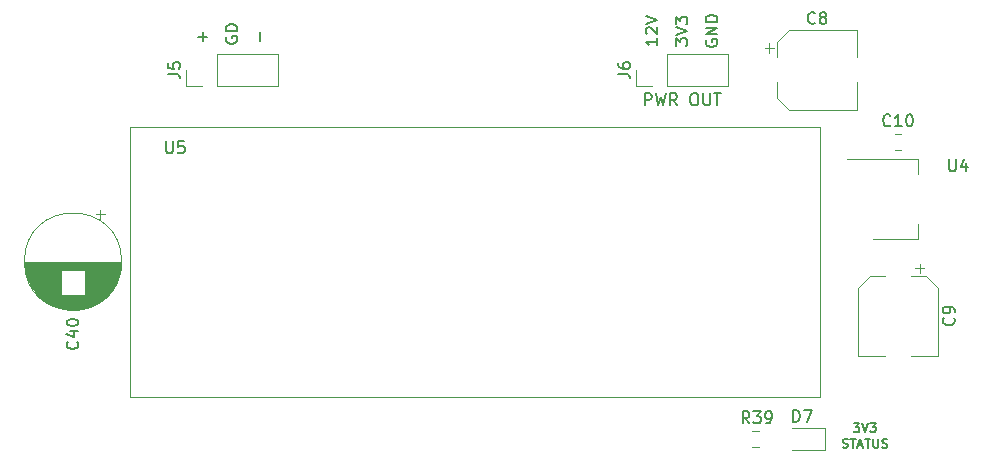
<source format=gbr>
%TF.GenerationSoftware,KiCad,Pcbnew,(5.1.12)-1*%
%TF.CreationDate,2022-03-07T22:28:18-06:00*%
%TF.ProjectId,Power_Board,506f7765-725f-4426-9f61-72642e6b6963,rev?*%
%TF.SameCoordinates,Original*%
%TF.FileFunction,Legend,Top*%
%TF.FilePolarity,Positive*%
%FSLAX46Y46*%
G04 Gerber Fmt 4.6, Leading zero omitted, Abs format (unit mm)*
G04 Created by KiCad (PCBNEW (5.1.12)-1) date 2022-03-07 22:28:18*
%MOMM*%
%LPD*%
G01*
G04 APERTURE LIST*
%ADD10C,0.190500*%
%ADD11C,0.120000*%
%ADD12C,0.150000*%
G04 APERTURE END LIST*
D10*
X175205571Y-105595964D02*
X175677285Y-105595964D01*
X175423285Y-105886250D01*
X175532142Y-105886250D01*
X175604714Y-105922535D01*
X175641000Y-105958821D01*
X175677285Y-106031392D01*
X175677285Y-106212821D01*
X175641000Y-106285392D01*
X175604714Y-106321678D01*
X175532142Y-106357964D01*
X175314428Y-106357964D01*
X175241857Y-106321678D01*
X175205571Y-106285392D01*
X175895000Y-105595964D02*
X176149000Y-106357964D01*
X176403000Y-105595964D01*
X176584428Y-105595964D02*
X177056142Y-105595964D01*
X176802142Y-105886250D01*
X176911000Y-105886250D01*
X176983571Y-105922535D01*
X177019857Y-105958821D01*
X177056142Y-106031392D01*
X177056142Y-106212821D01*
X177019857Y-106285392D01*
X176983571Y-106321678D01*
X176911000Y-106357964D01*
X176693285Y-106357964D01*
X176620714Y-106321678D01*
X176584428Y-106285392D01*
X174262142Y-107655178D02*
X174371000Y-107691464D01*
X174552428Y-107691464D01*
X174625000Y-107655178D01*
X174661285Y-107618892D01*
X174697571Y-107546321D01*
X174697571Y-107473750D01*
X174661285Y-107401178D01*
X174625000Y-107364892D01*
X174552428Y-107328607D01*
X174407285Y-107292321D01*
X174334714Y-107256035D01*
X174298428Y-107219750D01*
X174262142Y-107147178D01*
X174262142Y-107074607D01*
X174298428Y-107002035D01*
X174334714Y-106965750D01*
X174407285Y-106929464D01*
X174588714Y-106929464D01*
X174697571Y-106965750D01*
X174915285Y-106929464D02*
X175350714Y-106929464D01*
X175133000Y-107691464D02*
X175133000Y-106929464D01*
X175568428Y-107473750D02*
X175931285Y-107473750D01*
X175495857Y-107691464D02*
X175749857Y-106929464D01*
X176003857Y-107691464D01*
X176149000Y-106929464D02*
X176584428Y-106929464D01*
X176366714Y-107691464D02*
X176366714Y-106929464D01*
X176838428Y-106929464D02*
X176838428Y-107546321D01*
X176874714Y-107618892D01*
X176911000Y-107655178D01*
X176983571Y-107691464D01*
X177128714Y-107691464D01*
X177201285Y-107655178D01*
X177237571Y-107618892D01*
X177273857Y-107546321D01*
X177273857Y-106929464D01*
X177600428Y-107655178D02*
X177709285Y-107691464D01*
X177890714Y-107691464D01*
X177963285Y-107655178D01*
X177999571Y-107618892D01*
X178035857Y-107546321D01*
X178035857Y-107473750D01*
X177999571Y-107401178D01*
X177963285Y-107364892D01*
X177890714Y-107328607D01*
X177745571Y-107292321D01*
X177673000Y-107256035D01*
X177636714Y-107219750D01*
X177600428Y-107147178D01*
X177600428Y-107074607D01*
X177636714Y-107002035D01*
X177673000Y-106965750D01*
X177745571Y-106929464D01*
X177927000Y-106929464D01*
X178035857Y-106965750D01*
D11*
%TO.C,C10*%
X179204252Y-82498000D02*
X178681748Y-82498000D01*
X179204252Y-81078000D02*
X178681748Y-81078000D01*
%TO.C,U4*%
X174589000Y-83204000D02*
X180599000Y-83204000D01*
X176839000Y-90024000D02*
X180599000Y-90024000D01*
X180599000Y-83204000D02*
X180599000Y-84464000D01*
X180599000Y-90024000D02*
X180599000Y-88764000D01*
%TO.C,U5*%
X113919000Y-80518000D02*
X172339000Y-80518000D01*
X113919000Y-103378000D02*
X172339000Y-103378000D01*
X113919000Y-80518000D02*
X113919000Y-103378000D01*
X172339000Y-80518000D02*
X172339000Y-103378000D01*
%TO.C,C9*%
X175533000Y-99930000D02*
X177883000Y-99930000D01*
X182353000Y-99930000D02*
X180003000Y-99930000D01*
X182353000Y-94174437D02*
X182353000Y-99930000D01*
X175533000Y-94174437D02*
X175533000Y-99930000D01*
X176597437Y-93110000D02*
X177883000Y-93110000D01*
X181288563Y-93110000D02*
X180003000Y-93110000D01*
X181288563Y-93110000D02*
X182353000Y-94174437D01*
X176597437Y-93110000D02*
X175533000Y-94174437D01*
X180790500Y-92082500D02*
X180790500Y-92870000D01*
X181184250Y-92476250D02*
X180396750Y-92476250D01*
%TO.C,C40*%
X111808000Y-87910302D02*
X111008000Y-87910302D01*
X111408000Y-87510302D02*
X111408000Y-88310302D01*
X109626000Y-96001000D02*
X108560000Y-96001000D01*
X109861000Y-95961000D02*
X108325000Y-95961000D01*
X110041000Y-95921000D02*
X108145000Y-95921000D01*
X110191000Y-95881000D02*
X107995000Y-95881000D01*
X110322000Y-95841000D02*
X107864000Y-95841000D01*
X110439000Y-95801000D02*
X107747000Y-95801000D01*
X110546000Y-95761000D02*
X107640000Y-95761000D01*
X110645000Y-95721000D02*
X107541000Y-95721000D01*
X110738000Y-95681000D02*
X107448000Y-95681000D01*
X110824000Y-95641000D02*
X107362000Y-95641000D01*
X110906000Y-95601000D02*
X107280000Y-95601000D01*
X110983000Y-95561000D02*
X107203000Y-95561000D01*
X111057000Y-95521000D02*
X107129000Y-95521000D01*
X111127000Y-95481000D02*
X107059000Y-95481000D01*
X111195000Y-95441000D02*
X106991000Y-95441000D01*
X111259000Y-95401000D02*
X106927000Y-95401000D01*
X111321000Y-95361000D02*
X106865000Y-95361000D01*
X111380000Y-95321000D02*
X106806000Y-95321000D01*
X111438000Y-95281000D02*
X106748000Y-95281000D01*
X111493000Y-95241000D02*
X106693000Y-95241000D01*
X111547000Y-95201000D02*
X106639000Y-95201000D01*
X111598000Y-95161000D02*
X106588000Y-95161000D01*
X111649000Y-95121000D02*
X106537000Y-95121000D01*
X111697000Y-95081000D02*
X106489000Y-95081000D01*
X111744000Y-95041000D02*
X106442000Y-95041000D01*
X111790000Y-95001000D02*
X106396000Y-95001000D01*
X111834000Y-94961000D02*
X106352000Y-94961000D01*
X111877000Y-94921000D02*
X106309000Y-94921000D01*
X111919000Y-94881000D02*
X106267000Y-94881000D01*
X111960000Y-94841000D02*
X106226000Y-94841000D01*
X112000000Y-94801000D02*
X106186000Y-94801000D01*
X112038000Y-94761000D02*
X106148000Y-94761000D01*
X112076000Y-94721000D02*
X106110000Y-94721000D01*
X108053000Y-94681000D02*
X106074000Y-94681000D01*
X112112000Y-94681000D02*
X110133000Y-94681000D01*
X108053000Y-94641000D02*
X106038000Y-94641000D01*
X112148000Y-94641000D02*
X110133000Y-94641000D01*
X108053000Y-94601000D02*
X106003000Y-94601000D01*
X112183000Y-94601000D02*
X110133000Y-94601000D01*
X108053000Y-94561000D02*
X105969000Y-94561000D01*
X112217000Y-94561000D02*
X110133000Y-94561000D01*
X108053000Y-94521000D02*
X105937000Y-94521000D01*
X112249000Y-94521000D02*
X110133000Y-94521000D01*
X108053000Y-94481000D02*
X105904000Y-94481000D01*
X112282000Y-94481000D02*
X110133000Y-94481000D01*
X108053000Y-94441000D02*
X105873000Y-94441000D01*
X112313000Y-94441000D02*
X110133000Y-94441000D01*
X108053000Y-94401000D02*
X105843000Y-94401000D01*
X112343000Y-94401000D02*
X110133000Y-94401000D01*
X108053000Y-94361000D02*
X105813000Y-94361000D01*
X112373000Y-94361000D02*
X110133000Y-94361000D01*
X108053000Y-94321000D02*
X105784000Y-94321000D01*
X112402000Y-94321000D02*
X110133000Y-94321000D01*
X108053000Y-94281000D02*
X105755000Y-94281000D01*
X112431000Y-94281000D02*
X110133000Y-94281000D01*
X108053000Y-94241000D02*
X105728000Y-94241000D01*
X112458000Y-94241000D02*
X110133000Y-94241000D01*
X108053000Y-94201000D02*
X105701000Y-94201000D01*
X112485000Y-94201000D02*
X110133000Y-94201000D01*
X108053000Y-94161000D02*
X105675000Y-94161000D01*
X112511000Y-94161000D02*
X110133000Y-94161000D01*
X108053000Y-94121000D02*
X105649000Y-94121000D01*
X112537000Y-94121000D02*
X110133000Y-94121000D01*
X108053000Y-94081000D02*
X105624000Y-94081000D01*
X112562000Y-94081000D02*
X110133000Y-94081000D01*
X108053000Y-94041000D02*
X105600000Y-94041000D01*
X112586000Y-94041000D02*
X110133000Y-94041000D01*
X108053000Y-94001000D02*
X105576000Y-94001000D01*
X112610000Y-94001000D02*
X110133000Y-94001000D01*
X108053000Y-93961000D02*
X105553000Y-93961000D01*
X112633000Y-93961000D02*
X110133000Y-93961000D01*
X108053000Y-93921000D02*
X105531000Y-93921000D01*
X112655000Y-93921000D02*
X110133000Y-93921000D01*
X108053000Y-93881000D02*
X105509000Y-93881000D01*
X112677000Y-93881000D02*
X110133000Y-93881000D01*
X108053000Y-93841000D02*
X105487000Y-93841000D01*
X112699000Y-93841000D02*
X110133000Y-93841000D01*
X108053000Y-93801000D02*
X105466000Y-93801000D01*
X112720000Y-93801000D02*
X110133000Y-93801000D01*
X108053000Y-93761000D02*
X105446000Y-93761000D01*
X112740000Y-93761000D02*
X110133000Y-93761000D01*
X108053000Y-93721000D02*
X105427000Y-93721000D01*
X112759000Y-93721000D02*
X110133000Y-93721000D01*
X108053000Y-93681000D02*
X105407000Y-93681000D01*
X112779000Y-93681000D02*
X110133000Y-93681000D01*
X108053000Y-93641000D02*
X105389000Y-93641000D01*
X112797000Y-93641000D02*
X110133000Y-93641000D01*
X108053000Y-93601000D02*
X105371000Y-93601000D01*
X112815000Y-93601000D02*
X110133000Y-93601000D01*
X108053000Y-93561000D02*
X105353000Y-93561000D01*
X112833000Y-93561000D02*
X110133000Y-93561000D01*
X108053000Y-93521000D02*
X105336000Y-93521000D01*
X112850000Y-93521000D02*
X110133000Y-93521000D01*
X108053000Y-93481000D02*
X105319000Y-93481000D01*
X112867000Y-93481000D02*
X110133000Y-93481000D01*
X108053000Y-93441000D02*
X105303000Y-93441000D01*
X112883000Y-93441000D02*
X110133000Y-93441000D01*
X108053000Y-93401000D02*
X105288000Y-93401000D01*
X112898000Y-93401000D02*
X110133000Y-93401000D01*
X108053000Y-93361000D02*
X105272000Y-93361000D01*
X112914000Y-93361000D02*
X110133000Y-93361000D01*
X108053000Y-93321000D02*
X105258000Y-93321000D01*
X112928000Y-93321000D02*
X110133000Y-93321000D01*
X108053000Y-93281000D02*
X105243000Y-93281000D01*
X112943000Y-93281000D02*
X110133000Y-93281000D01*
X108053000Y-93241000D02*
X105230000Y-93241000D01*
X112956000Y-93241000D02*
X110133000Y-93241000D01*
X108053000Y-93201000D02*
X105216000Y-93201000D01*
X112970000Y-93201000D02*
X110133000Y-93201000D01*
X108053000Y-93161000D02*
X105204000Y-93161000D01*
X112982000Y-93161000D02*
X110133000Y-93161000D01*
X108053000Y-93121000D02*
X105191000Y-93121000D01*
X112995000Y-93121000D02*
X110133000Y-93121000D01*
X108053000Y-93081000D02*
X105179000Y-93081000D01*
X113007000Y-93081000D02*
X110133000Y-93081000D01*
X108053000Y-93041000D02*
X105168000Y-93041000D01*
X113018000Y-93041000D02*
X110133000Y-93041000D01*
X108053000Y-93001000D02*
X105157000Y-93001000D01*
X113029000Y-93001000D02*
X110133000Y-93001000D01*
X108053000Y-92961000D02*
X105146000Y-92961000D01*
X113040000Y-92961000D02*
X110133000Y-92961000D01*
X108053000Y-92921000D02*
X105136000Y-92921000D01*
X113050000Y-92921000D02*
X110133000Y-92921000D01*
X108053000Y-92881000D02*
X105126000Y-92881000D01*
X113060000Y-92881000D02*
X110133000Y-92881000D01*
X108053000Y-92841000D02*
X105117000Y-92841000D01*
X113069000Y-92841000D02*
X110133000Y-92841000D01*
X108053000Y-92801000D02*
X105108000Y-92801000D01*
X113078000Y-92801000D02*
X110133000Y-92801000D01*
X108053000Y-92761000D02*
X105099000Y-92761000D01*
X113087000Y-92761000D02*
X110133000Y-92761000D01*
X108053000Y-92721000D02*
X105091000Y-92721000D01*
X113095000Y-92721000D02*
X110133000Y-92721000D01*
X108053000Y-92681000D02*
X105083000Y-92681000D01*
X113103000Y-92681000D02*
X110133000Y-92681000D01*
X108053000Y-92641000D02*
X105076000Y-92641000D01*
X113110000Y-92641000D02*
X110133000Y-92641000D01*
X113117000Y-92600000D02*
X105069000Y-92600000D01*
X113123000Y-92560000D02*
X105063000Y-92560000D01*
X113130000Y-92520000D02*
X105056000Y-92520000D01*
X113135000Y-92480000D02*
X105051000Y-92480000D01*
X113141000Y-92440000D02*
X105045000Y-92440000D01*
X113145000Y-92400000D02*
X105041000Y-92400000D01*
X113150000Y-92360000D02*
X105036000Y-92360000D01*
X113154000Y-92320000D02*
X105032000Y-92320000D01*
X113158000Y-92280000D02*
X105028000Y-92280000D01*
X113161000Y-92240000D02*
X105025000Y-92240000D01*
X113164000Y-92200000D02*
X105022000Y-92200000D01*
X113167000Y-92160000D02*
X105019000Y-92160000D01*
X113169000Y-92120000D02*
X105017000Y-92120000D01*
X113170000Y-92080000D02*
X105016000Y-92080000D01*
X113172000Y-92040000D02*
X105014000Y-92040000D01*
X113173000Y-92000000D02*
X105013000Y-92000000D01*
X113173000Y-91960000D02*
X105013000Y-91960000D01*
X113173000Y-91920000D02*
X105013000Y-91920000D01*
X113213000Y-91920000D02*
G75*
G03*
X113213000Y-91920000I-4120000J0D01*
G01*
%TO.C,D7*%
X169942000Y-107894000D02*
X172802000Y-107894000D01*
X172802000Y-107894000D02*
X172802000Y-105974000D01*
X172802000Y-105974000D02*
X169942000Y-105974000D01*
%TO.C,R39*%
X167139252Y-107644000D02*
X166616748Y-107644000D01*
X167139252Y-106224000D02*
X166616748Y-106224000D01*
%TO.C,J5*%
X126425000Y-77022000D02*
X126425000Y-74362000D01*
X121285000Y-77022000D02*
X126425000Y-77022000D01*
X121285000Y-74362000D02*
X126425000Y-74362000D01*
X121285000Y-77022000D02*
X121285000Y-74362000D01*
X120015000Y-77022000D02*
X118685000Y-77022000D01*
X118685000Y-77022000D02*
X118685000Y-75692000D01*
%TO.C,J6*%
X156785000Y-77022000D02*
X156785000Y-75692000D01*
X158115000Y-77022000D02*
X156785000Y-77022000D01*
X159385000Y-77022000D02*
X159385000Y-74362000D01*
X159385000Y-74362000D02*
X164525000Y-74362000D01*
X159385000Y-77022000D02*
X164525000Y-77022000D01*
X164525000Y-77022000D02*
X164525000Y-74362000D01*
%TO.C,C8*%
X168041250Y-73450750D02*
X168041250Y-74238250D01*
X167647500Y-73844500D02*
X168435000Y-73844500D01*
X168675000Y-78037563D02*
X169739437Y-79102000D01*
X168675000Y-73346437D02*
X169739437Y-72282000D01*
X168675000Y-73346437D02*
X168675000Y-74632000D01*
X168675000Y-78037563D02*
X168675000Y-76752000D01*
X169739437Y-79102000D02*
X175495000Y-79102000D01*
X169739437Y-72282000D02*
X175495000Y-72282000D01*
X175495000Y-72282000D02*
X175495000Y-74632000D01*
X175495000Y-79102000D02*
X175495000Y-76752000D01*
%TO.C,C10*%
D12*
X178300142Y-80367142D02*
X178252523Y-80414761D01*
X178109666Y-80462380D01*
X178014428Y-80462380D01*
X177871571Y-80414761D01*
X177776333Y-80319523D01*
X177728714Y-80224285D01*
X177681095Y-80033809D01*
X177681095Y-79890952D01*
X177728714Y-79700476D01*
X177776333Y-79605238D01*
X177871571Y-79510000D01*
X178014428Y-79462380D01*
X178109666Y-79462380D01*
X178252523Y-79510000D01*
X178300142Y-79557619D01*
X179252523Y-80462380D02*
X178681095Y-80462380D01*
X178966809Y-80462380D02*
X178966809Y-79462380D01*
X178871571Y-79605238D01*
X178776333Y-79700476D01*
X178681095Y-79748095D01*
X179871571Y-79462380D02*
X179966809Y-79462380D01*
X180062047Y-79510000D01*
X180109666Y-79557619D01*
X180157285Y-79652857D01*
X180204904Y-79843333D01*
X180204904Y-80081428D01*
X180157285Y-80271904D01*
X180109666Y-80367142D01*
X180062047Y-80414761D01*
X179966809Y-80462380D01*
X179871571Y-80462380D01*
X179776333Y-80414761D01*
X179728714Y-80367142D01*
X179681095Y-80271904D01*
X179633476Y-80081428D01*
X179633476Y-79843333D01*
X179681095Y-79652857D01*
X179728714Y-79557619D01*
X179776333Y-79510000D01*
X179871571Y-79462380D01*
%TO.C,U4*%
X183261095Y-83272380D02*
X183261095Y-84081904D01*
X183308714Y-84177142D01*
X183356333Y-84224761D01*
X183451571Y-84272380D01*
X183642047Y-84272380D01*
X183737285Y-84224761D01*
X183784904Y-84177142D01*
X183832523Y-84081904D01*
X183832523Y-83272380D01*
X184737285Y-83605714D02*
X184737285Y-84272380D01*
X184499190Y-83224761D02*
X184261095Y-83939047D01*
X184880142Y-83939047D01*
%TO.C,U5*%
X116967095Y-81740380D02*
X116967095Y-82549904D01*
X117014714Y-82645142D01*
X117062333Y-82692761D01*
X117157571Y-82740380D01*
X117348047Y-82740380D01*
X117443285Y-82692761D01*
X117490904Y-82645142D01*
X117538523Y-82549904D01*
X117538523Y-81740380D01*
X118490904Y-81740380D02*
X118014714Y-81740380D01*
X117967095Y-82216571D01*
X118014714Y-82168952D01*
X118109952Y-82121333D01*
X118348047Y-82121333D01*
X118443285Y-82168952D01*
X118490904Y-82216571D01*
X118538523Y-82311809D01*
X118538523Y-82549904D01*
X118490904Y-82645142D01*
X118443285Y-82692761D01*
X118348047Y-82740380D01*
X118109952Y-82740380D01*
X118014714Y-82692761D01*
X117967095Y-82645142D01*
%TO.C,C9*%
X183650142Y-96686666D02*
X183697761Y-96734285D01*
X183745380Y-96877142D01*
X183745380Y-96972380D01*
X183697761Y-97115238D01*
X183602523Y-97210476D01*
X183507285Y-97258095D01*
X183316809Y-97305714D01*
X183173952Y-97305714D01*
X182983476Y-97258095D01*
X182888238Y-97210476D01*
X182793000Y-97115238D01*
X182745380Y-96972380D01*
X182745380Y-96877142D01*
X182793000Y-96734285D01*
X182840619Y-96686666D01*
X183745380Y-96210476D02*
X183745380Y-96020000D01*
X183697761Y-95924761D01*
X183650142Y-95877142D01*
X183507285Y-95781904D01*
X183316809Y-95734285D01*
X182935857Y-95734285D01*
X182840619Y-95781904D01*
X182793000Y-95829523D01*
X182745380Y-95924761D01*
X182745380Y-96115238D01*
X182793000Y-96210476D01*
X182840619Y-96258095D01*
X182935857Y-96305714D01*
X183173952Y-96305714D01*
X183269190Y-96258095D01*
X183316809Y-96210476D01*
X183364428Y-96115238D01*
X183364428Y-95924761D01*
X183316809Y-95829523D01*
X183269190Y-95781904D01*
X183173952Y-95734285D01*
%TO.C,C40*%
X109450142Y-98686857D02*
X109497761Y-98734476D01*
X109545380Y-98877333D01*
X109545380Y-98972571D01*
X109497761Y-99115428D01*
X109402523Y-99210666D01*
X109307285Y-99258285D01*
X109116809Y-99305904D01*
X108973952Y-99305904D01*
X108783476Y-99258285D01*
X108688238Y-99210666D01*
X108593000Y-99115428D01*
X108545380Y-98972571D01*
X108545380Y-98877333D01*
X108593000Y-98734476D01*
X108640619Y-98686857D01*
X108878714Y-97829714D02*
X109545380Y-97829714D01*
X108497761Y-98067809D02*
X109212047Y-98305904D01*
X109212047Y-97686857D01*
X108545380Y-97115428D02*
X108545380Y-97020190D01*
X108593000Y-96924952D01*
X108640619Y-96877333D01*
X108735857Y-96829714D01*
X108926333Y-96782095D01*
X109164428Y-96782095D01*
X109354904Y-96829714D01*
X109450142Y-96877333D01*
X109497761Y-96924952D01*
X109545380Y-97020190D01*
X109545380Y-97115428D01*
X109497761Y-97210666D01*
X109450142Y-97258285D01*
X109354904Y-97305904D01*
X109164428Y-97353523D01*
X108926333Y-97353523D01*
X108735857Y-97305904D01*
X108640619Y-97258285D01*
X108593000Y-97210666D01*
X108545380Y-97115428D01*
%TO.C,D7*%
X170076904Y-105481380D02*
X170076904Y-104481380D01*
X170315000Y-104481380D01*
X170457857Y-104529000D01*
X170553095Y-104624238D01*
X170600714Y-104719476D01*
X170648333Y-104909952D01*
X170648333Y-105052809D01*
X170600714Y-105243285D01*
X170553095Y-105338523D01*
X170457857Y-105433761D01*
X170315000Y-105481380D01*
X170076904Y-105481380D01*
X170981666Y-104481380D02*
X171648333Y-104481380D01*
X171219761Y-105481380D01*
%TO.C,R39*%
X166362142Y-105608380D02*
X166028809Y-105132190D01*
X165790714Y-105608380D02*
X165790714Y-104608380D01*
X166171666Y-104608380D01*
X166266904Y-104656000D01*
X166314523Y-104703619D01*
X166362142Y-104798857D01*
X166362142Y-104941714D01*
X166314523Y-105036952D01*
X166266904Y-105084571D01*
X166171666Y-105132190D01*
X165790714Y-105132190D01*
X166695476Y-104608380D02*
X167314523Y-104608380D01*
X166981190Y-104989333D01*
X167124047Y-104989333D01*
X167219285Y-105036952D01*
X167266904Y-105084571D01*
X167314523Y-105179809D01*
X167314523Y-105417904D01*
X167266904Y-105513142D01*
X167219285Y-105560761D01*
X167124047Y-105608380D01*
X166838333Y-105608380D01*
X166743095Y-105560761D01*
X166695476Y-105513142D01*
X167790714Y-105608380D02*
X167981190Y-105608380D01*
X168076428Y-105560761D01*
X168124047Y-105513142D01*
X168219285Y-105370285D01*
X168266904Y-105179809D01*
X168266904Y-104798857D01*
X168219285Y-104703619D01*
X168171666Y-104656000D01*
X168076428Y-104608380D01*
X167885952Y-104608380D01*
X167790714Y-104656000D01*
X167743095Y-104703619D01*
X167695476Y-104798857D01*
X167695476Y-105036952D01*
X167743095Y-105132190D01*
X167790714Y-105179809D01*
X167885952Y-105227428D01*
X168076428Y-105227428D01*
X168171666Y-105179809D01*
X168219285Y-105132190D01*
X168266904Y-105036952D01*
%TO.C,J5*%
X117137380Y-76025333D02*
X117851666Y-76025333D01*
X117994523Y-76072952D01*
X118089761Y-76168190D01*
X118137380Y-76311047D01*
X118137380Y-76406285D01*
X117137380Y-75072952D02*
X117137380Y-75549142D01*
X117613571Y-75596761D01*
X117565952Y-75549142D01*
X117518333Y-75453904D01*
X117518333Y-75215809D01*
X117565952Y-75120571D01*
X117613571Y-75072952D01*
X117708809Y-75025333D01*
X117946904Y-75025333D01*
X118042142Y-75072952D01*
X118089761Y-75120571D01*
X118137380Y-75215809D01*
X118137380Y-75453904D01*
X118089761Y-75549142D01*
X118042142Y-75596761D01*
X120086428Y-73278952D02*
X120086428Y-72517047D01*
X120467380Y-72898000D02*
X119705476Y-72898000D01*
X124912428Y-73278952D02*
X124912428Y-72517047D01*
X122055000Y-72882095D02*
X122007380Y-72977333D01*
X122007380Y-73120190D01*
X122055000Y-73263047D01*
X122150238Y-73358285D01*
X122245476Y-73405904D01*
X122435952Y-73453523D01*
X122578809Y-73453523D01*
X122769285Y-73405904D01*
X122864523Y-73358285D01*
X122959761Y-73263047D01*
X123007380Y-73120190D01*
X123007380Y-73024952D01*
X122959761Y-72882095D01*
X122912142Y-72834476D01*
X122578809Y-72834476D01*
X122578809Y-73024952D01*
X123007380Y-72405904D02*
X122007380Y-72405904D01*
X122007380Y-72167809D01*
X122055000Y-72024952D01*
X122150238Y-71929714D01*
X122245476Y-71882095D01*
X122435952Y-71834476D01*
X122578809Y-71834476D01*
X122769285Y-71882095D01*
X122864523Y-71929714D01*
X122959761Y-72024952D01*
X123007380Y-72167809D01*
X123007380Y-72405904D01*
%TO.C,J6*%
X155237380Y-76025333D02*
X155951666Y-76025333D01*
X156094523Y-76072952D01*
X156189761Y-76168190D01*
X156237380Y-76311047D01*
X156237380Y-76406285D01*
X155237380Y-75120571D02*
X155237380Y-75311047D01*
X155285000Y-75406285D01*
X155332619Y-75453904D01*
X155475476Y-75549142D01*
X155665952Y-75596761D01*
X156046904Y-75596761D01*
X156142142Y-75549142D01*
X156189761Y-75501523D01*
X156237380Y-75406285D01*
X156237380Y-75215809D01*
X156189761Y-75120571D01*
X156142142Y-75072952D01*
X156046904Y-75025333D01*
X155808809Y-75025333D01*
X155713571Y-75072952D01*
X155665952Y-75120571D01*
X155618333Y-75215809D01*
X155618333Y-75406285D01*
X155665952Y-75501523D01*
X155713571Y-75549142D01*
X155808809Y-75596761D01*
X157512142Y-78684380D02*
X157512142Y-77684380D01*
X157893095Y-77684380D01*
X157988333Y-77732000D01*
X158035952Y-77779619D01*
X158083571Y-77874857D01*
X158083571Y-78017714D01*
X158035952Y-78112952D01*
X157988333Y-78160571D01*
X157893095Y-78208190D01*
X157512142Y-78208190D01*
X158416904Y-77684380D02*
X158655000Y-78684380D01*
X158845476Y-77970095D01*
X159035952Y-78684380D01*
X159274047Y-77684380D01*
X160226428Y-78684380D02*
X159893095Y-78208190D01*
X159655000Y-78684380D02*
X159655000Y-77684380D01*
X160035952Y-77684380D01*
X160131190Y-77732000D01*
X160178809Y-77779619D01*
X160226428Y-77874857D01*
X160226428Y-78017714D01*
X160178809Y-78112952D01*
X160131190Y-78160571D01*
X160035952Y-78208190D01*
X159655000Y-78208190D01*
X161607380Y-77684380D02*
X161797857Y-77684380D01*
X161893095Y-77732000D01*
X161988333Y-77827238D01*
X162035952Y-78017714D01*
X162035952Y-78351047D01*
X161988333Y-78541523D01*
X161893095Y-78636761D01*
X161797857Y-78684380D01*
X161607380Y-78684380D01*
X161512142Y-78636761D01*
X161416904Y-78541523D01*
X161369285Y-78351047D01*
X161369285Y-78017714D01*
X161416904Y-77827238D01*
X161512142Y-77732000D01*
X161607380Y-77684380D01*
X162464523Y-77684380D02*
X162464523Y-78493904D01*
X162512142Y-78589142D01*
X162559761Y-78636761D01*
X162655000Y-78684380D01*
X162845476Y-78684380D01*
X162940714Y-78636761D01*
X162988333Y-78589142D01*
X163035952Y-78493904D01*
X163035952Y-77684380D01*
X163369285Y-77684380D02*
X163940714Y-77684380D01*
X163655000Y-78684380D02*
X163655000Y-77684380D01*
X158567380Y-73009047D02*
X158567380Y-73580476D01*
X158567380Y-73294761D02*
X157567380Y-73294761D01*
X157710238Y-73390000D01*
X157805476Y-73485238D01*
X157853095Y-73580476D01*
X157662619Y-72628095D02*
X157615000Y-72580476D01*
X157567380Y-72485238D01*
X157567380Y-72247142D01*
X157615000Y-72151904D01*
X157662619Y-72104285D01*
X157757857Y-72056666D01*
X157853095Y-72056666D01*
X157995952Y-72104285D01*
X158567380Y-72675714D01*
X158567380Y-72056666D01*
X157567380Y-71770952D02*
X158567380Y-71437619D01*
X157567380Y-71104285D01*
X160107380Y-73628095D02*
X160107380Y-73009047D01*
X160488333Y-73342380D01*
X160488333Y-73199523D01*
X160535952Y-73104285D01*
X160583571Y-73056666D01*
X160678809Y-73009047D01*
X160916904Y-73009047D01*
X161012142Y-73056666D01*
X161059761Y-73104285D01*
X161107380Y-73199523D01*
X161107380Y-73485238D01*
X161059761Y-73580476D01*
X161012142Y-73628095D01*
X160107380Y-72723333D02*
X161107380Y-72390000D01*
X160107380Y-72056666D01*
X160107380Y-71818571D02*
X160107380Y-71199523D01*
X160488333Y-71532857D01*
X160488333Y-71390000D01*
X160535952Y-71294761D01*
X160583571Y-71247142D01*
X160678809Y-71199523D01*
X160916904Y-71199523D01*
X161012142Y-71247142D01*
X161059761Y-71294761D01*
X161107380Y-71390000D01*
X161107380Y-71675714D01*
X161059761Y-71770952D01*
X161012142Y-71818571D01*
X162695000Y-73151904D02*
X162647380Y-73247142D01*
X162647380Y-73390000D01*
X162695000Y-73532857D01*
X162790238Y-73628095D01*
X162885476Y-73675714D01*
X163075952Y-73723333D01*
X163218809Y-73723333D01*
X163409285Y-73675714D01*
X163504523Y-73628095D01*
X163599761Y-73532857D01*
X163647380Y-73390000D01*
X163647380Y-73294761D01*
X163599761Y-73151904D01*
X163552142Y-73104285D01*
X163218809Y-73104285D01*
X163218809Y-73294761D01*
X163647380Y-72675714D02*
X162647380Y-72675714D01*
X163647380Y-72104285D01*
X162647380Y-72104285D01*
X163647380Y-71628095D02*
X162647380Y-71628095D01*
X162647380Y-71390000D01*
X162695000Y-71247142D01*
X162790238Y-71151904D01*
X162885476Y-71104285D01*
X163075952Y-71056666D01*
X163218809Y-71056666D01*
X163409285Y-71104285D01*
X163504523Y-71151904D01*
X163599761Y-71247142D01*
X163647380Y-71390000D01*
X163647380Y-71628095D01*
%TO.C,C8*%
X171918333Y-71699142D02*
X171870714Y-71746761D01*
X171727857Y-71794380D01*
X171632619Y-71794380D01*
X171489761Y-71746761D01*
X171394523Y-71651523D01*
X171346904Y-71556285D01*
X171299285Y-71365809D01*
X171299285Y-71222952D01*
X171346904Y-71032476D01*
X171394523Y-70937238D01*
X171489761Y-70842000D01*
X171632619Y-70794380D01*
X171727857Y-70794380D01*
X171870714Y-70842000D01*
X171918333Y-70889619D01*
X172489761Y-71222952D02*
X172394523Y-71175333D01*
X172346904Y-71127714D01*
X172299285Y-71032476D01*
X172299285Y-70984857D01*
X172346904Y-70889619D01*
X172394523Y-70842000D01*
X172489761Y-70794380D01*
X172680238Y-70794380D01*
X172775476Y-70842000D01*
X172823095Y-70889619D01*
X172870714Y-70984857D01*
X172870714Y-71032476D01*
X172823095Y-71127714D01*
X172775476Y-71175333D01*
X172680238Y-71222952D01*
X172489761Y-71222952D01*
X172394523Y-71270571D01*
X172346904Y-71318190D01*
X172299285Y-71413428D01*
X172299285Y-71603904D01*
X172346904Y-71699142D01*
X172394523Y-71746761D01*
X172489761Y-71794380D01*
X172680238Y-71794380D01*
X172775476Y-71746761D01*
X172823095Y-71699142D01*
X172870714Y-71603904D01*
X172870714Y-71413428D01*
X172823095Y-71318190D01*
X172775476Y-71270571D01*
X172680238Y-71222952D01*
%TD*%
M02*

</source>
